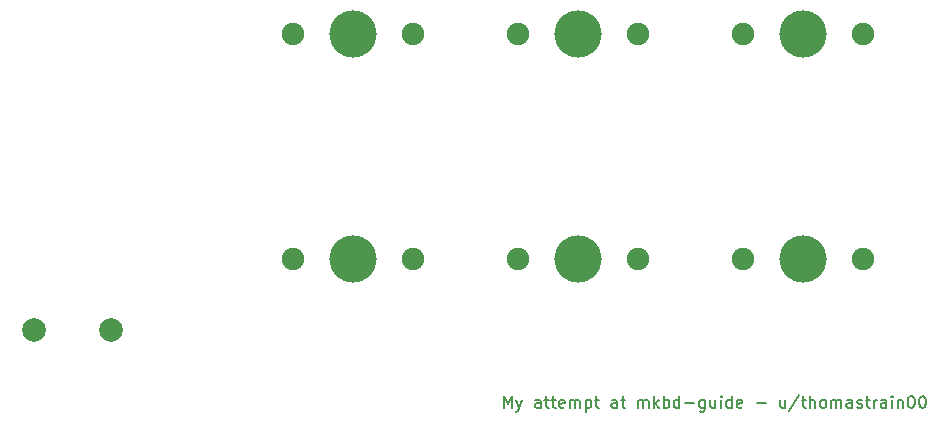
<source format=gts>
G04 #@! TF.GenerationSoftware,KiCad,Pcbnew,(5.1.10)-1*
G04 #@! TF.CreationDate,2021-05-18T23:44:27-07:00*
G04 #@! TF.ProjectId,mkbd-guide,6d6b6264-2d67-4756-9964-652e6b696361,rev?*
G04 #@! TF.SameCoordinates,Original*
G04 #@! TF.FileFunction,Soldermask,Top*
G04 #@! TF.FilePolarity,Negative*
%FSLAX46Y46*%
G04 Gerber Fmt 4.6, Leading zero omitted, Abs format (unit mm)*
G04 Created by KiCad (PCBNEW (5.1.10)-1) date 2021-05-18 23:44:27*
%MOMM*%
%LPD*%
G01*
G04 APERTURE LIST*
%ADD10C,0.200000*%
%ADD11C,4.000000*%
%ADD12C,1.900000*%
%ADD13C,2.000000*%
G04 APERTURE END LIST*
D10*
X177111666Y-124531380D02*
X177111666Y-123531380D01*
X177445000Y-124245666D01*
X177778333Y-123531380D01*
X177778333Y-124531380D01*
X178159285Y-123864714D02*
X178397380Y-124531380D01*
X178635476Y-123864714D02*
X178397380Y-124531380D01*
X178302142Y-124769476D01*
X178254523Y-124817095D01*
X178159285Y-124864714D01*
X180206904Y-124531380D02*
X180206904Y-124007571D01*
X180159285Y-123912333D01*
X180064047Y-123864714D01*
X179873571Y-123864714D01*
X179778333Y-123912333D01*
X180206904Y-124483761D02*
X180111666Y-124531380D01*
X179873571Y-124531380D01*
X179778333Y-124483761D01*
X179730714Y-124388523D01*
X179730714Y-124293285D01*
X179778333Y-124198047D01*
X179873571Y-124150428D01*
X180111666Y-124150428D01*
X180206904Y-124102809D01*
X180540238Y-123864714D02*
X180921190Y-123864714D01*
X180683095Y-123531380D02*
X180683095Y-124388523D01*
X180730714Y-124483761D01*
X180825952Y-124531380D01*
X180921190Y-124531380D01*
X181111666Y-123864714D02*
X181492619Y-123864714D01*
X181254523Y-123531380D02*
X181254523Y-124388523D01*
X181302142Y-124483761D01*
X181397380Y-124531380D01*
X181492619Y-124531380D01*
X182206904Y-124483761D02*
X182111666Y-124531380D01*
X181921190Y-124531380D01*
X181825952Y-124483761D01*
X181778333Y-124388523D01*
X181778333Y-124007571D01*
X181825952Y-123912333D01*
X181921190Y-123864714D01*
X182111666Y-123864714D01*
X182206904Y-123912333D01*
X182254523Y-124007571D01*
X182254523Y-124102809D01*
X181778333Y-124198047D01*
X182683095Y-124531380D02*
X182683095Y-123864714D01*
X182683095Y-123959952D02*
X182730714Y-123912333D01*
X182825952Y-123864714D01*
X182968809Y-123864714D01*
X183064047Y-123912333D01*
X183111666Y-124007571D01*
X183111666Y-124531380D01*
X183111666Y-124007571D02*
X183159285Y-123912333D01*
X183254523Y-123864714D01*
X183397380Y-123864714D01*
X183492619Y-123912333D01*
X183540238Y-124007571D01*
X183540238Y-124531380D01*
X184016428Y-123864714D02*
X184016428Y-124864714D01*
X184016428Y-123912333D02*
X184111666Y-123864714D01*
X184302142Y-123864714D01*
X184397380Y-123912333D01*
X184445000Y-123959952D01*
X184492619Y-124055190D01*
X184492619Y-124340904D01*
X184445000Y-124436142D01*
X184397380Y-124483761D01*
X184302142Y-124531380D01*
X184111666Y-124531380D01*
X184016428Y-124483761D01*
X184778333Y-123864714D02*
X185159285Y-123864714D01*
X184921190Y-123531380D02*
X184921190Y-124388523D01*
X184968809Y-124483761D01*
X185064047Y-124531380D01*
X185159285Y-124531380D01*
X186683095Y-124531380D02*
X186683095Y-124007571D01*
X186635476Y-123912333D01*
X186540238Y-123864714D01*
X186349761Y-123864714D01*
X186254523Y-123912333D01*
X186683095Y-124483761D02*
X186587857Y-124531380D01*
X186349761Y-124531380D01*
X186254523Y-124483761D01*
X186206904Y-124388523D01*
X186206904Y-124293285D01*
X186254523Y-124198047D01*
X186349761Y-124150428D01*
X186587857Y-124150428D01*
X186683095Y-124102809D01*
X187016428Y-123864714D02*
X187397380Y-123864714D01*
X187159285Y-123531380D02*
X187159285Y-124388523D01*
X187206904Y-124483761D01*
X187302142Y-124531380D01*
X187397380Y-124531380D01*
X188492619Y-124531380D02*
X188492619Y-123864714D01*
X188492619Y-123959952D02*
X188540238Y-123912333D01*
X188635476Y-123864714D01*
X188778333Y-123864714D01*
X188873571Y-123912333D01*
X188921190Y-124007571D01*
X188921190Y-124531380D01*
X188921190Y-124007571D02*
X188968809Y-123912333D01*
X189064047Y-123864714D01*
X189206904Y-123864714D01*
X189302142Y-123912333D01*
X189349761Y-124007571D01*
X189349761Y-124531380D01*
X189825952Y-124531380D02*
X189825952Y-123531380D01*
X189921190Y-124150428D02*
X190206904Y-124531380D01*
X190206904Y-123864714D02*
X189825952Y-124245666D01*
X190635476Y-124531380D02*
X190635476Y-123531380D01*
X190635476Y-123912333D02*
X190730714Y-123864714D01*
X190921190Y-123864714D01*
X191016428Y-123912333D01*
X191064047Y-123959952D01*
X191111666Y-124055190D01*
X191111666Y-124340904D01*
X191064047Y-124436142D01*
X191016428Y-124483761D01*
X190921190Y-124531380D01*
X190730714Y-124531380D01*
X190635476Y-124483761D01*
X191968809Y-124531380D02*
X191968809Y-123531380D01*
X191968809Y-124483761D02*
X191873571Y-124531380D01*
X191683095Y-124531380D01*
X191587857Y-124483761D01*
X191540238Y-124436142D01*
X191492619Y-124340904D01*
X191492619Y-124055190D01*
X191540238Y-123959952D01*
X191587857Y-123912333D01*
X191683095Y-123864714D01*
X191873571Y-123864714D01*
X191968809Y-123912333D01*
X192445000Y-124150428D02*
X193206904Y-124150428D01*
X194111666Y-123864714D02*
X194111666Y-124674238D01*
X194064047Y-124769476D01*
X194016428Y-124817095D01*
X193921190Y-124864714D01*
X193778333Y-124864714D01*
X193683095Y-124817095D01*
X194111666Y-124483761D02*
X194016428Y-124531380D01*
X193825952Y-124531380D01*
X193730714Y-124483761D01*
X193683095Y-124436142D01*
X193635476Y-124340904D01*
X193635476Y-124055190D01*
X193683095Y-123959952D01*
X193730714Y-123912333D01*
X193825952Y-123864714D01*
X194016428Y-123864714D01*
X194111666Y-123912333D01*
X195016428Y-123864714D02*
X195016428Y-124531380D01*
X194587857Y-123864714D02*
X194587857Y-124388523D01*
X194635476Y-124483761D01*
X194730714Y-124531380D01*
X194873571Y-124531380D01*
X194968809Y-124483761D01*
X195016428Y-124436142D01*
X195492619Y-124531380D02*
X195492619Y-123864714D01*
X195492619Y-123531380D02*
X195445000Y-123579000D01*
X195492619Y-123626619D01*
X195540238Y-123579000D01*
X195492619Y-123531380D01*
X195492619Y-123626619D01*
X196397380Y-124531380D02*
X196397380Y-123531380D01*
X196397380Y-124483761D02*
X196302142Y-124531380D01*
X196111666Y-124531380D01*
X196016428Y-124483761D01*
X195968809Y-124436142D01*
X195921190Y-124340904D01*
X195921190Y-124055190D01*
X195968809Y-123959952D01*
X196016428Y-123912333D01*
X196111666Y-123864714D01*
X196302142Y-123864714D01*
X196397380Y-123912333D01*
X197254523Y-124483761D02*
X197159285Y-124531380D01*
X196968809Y-124531380D01*
X196873571Y-124483761D01*
X196825952Y-124388523D01*
X196825952Y-124007571D01*
X196873571Y-123912333D01*
X196968809Y-123864714D01*
X197159285Y-123864714D01*
X197254523Y-123912333D01*
X197302142Y-124007571D01*
X197302142Y-124102809D01*
X196825952Y-124198047D01*
X198492619Y-124150428D02*
X199254523Y-124150428D01*
X200921190Y-123864714D02*
X200921190Y-124531380D01*
X200492619Y-123864714D02*
X200492619Y-124388523D01*
X200540238Y-124483761D01*
X200635476Y-124531380D01*
X200778333Y-124531380D01*
X200873571Y-124483761D01*
X200921190Y-124436142D01*
X202111666Y-123483761D02*
X201254523Y-124769476D01*
X202302142Y-123864714D02*
X202683095Y-123864714D01*
X202445000Y-123531380D02*
X202445000Y-124388523D01*
X202492619Y-124483761D01*
X202587857Y-124531380D01*
X202683095Y-124531380D01*
X203016428Y-124531380D02*
X203016428Y-123531380D01*
X203445000Y-124531380D02*
X203445000Y-124007571D01*
X203397380Y-123912333D01*
X203302142Y-123864714D01*
X203159285Y-123864714D01*
X203064047Y-123912333D01*
X203016428Y-123959952D01*
X204064047Y-124531380D02*
X203968809Y-124483761D01*
X203921190Y-124436142D01*
X203873571Y-124340904D01*
X203873571Y-124055190D01*
X203921190Y-123959952D01*
X203968809Y-123912333D01*
X204064047Y-123864714D01*
X204206904Y-123864714D01*
X204302142Y-123912333D01*
X204349761Y-123959952D01*
X204397380Y-124055190D01*
X204397380Y-124340904D01*
X204349761Y-124436142D01*
X204302142Y-124483761D01*
X204206904Y-124531380D01*
X204064047Y-124531380D01*
X204825952Y-124531380D02*
X204825952Y-123864714D01*
X204825952Y-123959952D02*
X204873571Y-123912333D01*
X204968809Y-123864714D01*
X205111666Y-123864714D01*
X205206904Y-123912333D01*
X205254523Y-124007571D01*
X205254523Y-124531380D01*
X205254523Y-124007571D02*
X205302142Y-123912333D01*
X205397380Y-123864714D01*
X205540238Y-123864714D01*
X205635476Y-123912333D01*
X205683095Y-124007571D01*
X205683095Y-124531380D01*
X206587857Y-124531380D02*
X206587857Y-124007571D01*
X206540238Y-123912333D01*
X206445000Y-123864714D01*
X206254523Y-123864714D01*
X206159285Y-123912333D01*
X206587857Y-124483761D02*
X206492619Y-124531380D01*
X206254523Y-124531380D01*
X206159285Y-124483761D01*
X206111666Y-124388523D01*
X206111666Y-124293285D01*
X206159285Y-124198047D01*
X206254523Y-124150428D01*
X206492619Y-124150428D01*
X206587857Y-124102809D01*
X207016428Y-124483761D02*
X207111666Y-124531380D01*
X207302142Y-124531380D01*
X207397380Y-124483761D01*
X207445000Y-124388523D01*
X207445000Y-124340904D01*
X207397380Y-124245666D01*
X207302142Y-124198047D01*
X207159285Y-124198047D01*
X207064047Y-124150428D01*
X207016428Y-124055190D01*
X207016428Y-124007571D01*
X207064047Y-123912333D01*
X207159285Y-123864714D01*
X207302142Y-123864714D01*
X207397380Y-123912333D01*
X207730714Y-123864714D02*
X208111666Y-123864714D01*
X207873571Y-123531380D02*
X207873571Y-124388523D01*
X207921190Y-124483761D01*
X208016428Y-124531380D01*
X208111666Y-124531380D01*
X208445000Y-124531380D02*
X208445000Y-123864714D01*
X208445000Y-124055190D02*
X208492619Y-123959952D01*
X208540238Y-123912333D01*
X208635476Y-123864714D01*
X208730714Y-123864714D01*
X209492619Y-124531380D02*
X209492619Y-124007571D01*
X209445000Y-123912333D01*
X209349761Y-123864714D01*
X209159285Y-123864714D01*
X209064047Y-123912333D01*
X209492619Y-124483761D02*
X209397380Y-124531380D01*
X209159285Y-124531380D01*
X209064047Y-124483761D01*
X209016428Y-124388523D01*
X209016428Y-124293285D01*
X209064047Y-124198047D01*
X209159285Y-124150428D01*
X209397380Y-124150428D01*
X209492619Y-124102809D01*
X209968809Y-124531380D02*
X209968809Y-123864714D01*
X209968809Y-123531380D02*
X209921190Y-123579000D01*
X209968809Y-123626619D01*
X210016428Y-123579000D01*
X209968809Y-123531380D01*
X209968809Y-123626619D01*
X210445000Y-123864714D02*
X210445000Y-124531380D01*
X210445000Y-123959952D02*
X210492619Y-123912333D01*
X210587857Y-123864714D01*
X210730714Y-123864714D01*
X210825952Y-123912333D01*
X210873571Y-124007571D01*
X210873571Y-124531380D01*
X211540238Y-123531380D02*
X211635476Y-123531380D01*
X211730714Y-123579000D01*
X211778333Y-123626619D01*
X211825952Y-123721857D01*
X211873571Y-123912333D01*
X211873571Y-124150428D01*
X211825952Y-124340904D01*
X211778333Y-124436142D01*
X211730714Y-124483761D01*
X211635476Y-124531380D01*
X211540238Y-124531380D01*
X211445000Y-124483761D01*
X211397380Y-124436142D01*
X211349761Y-124340904D01*
X211302142Y-124150428D01*
X211302142Y-123912333D01*
X211349761Y-123721857D01*
X211397380Y-123626619D01*
X211445000Y-123579000D01*
X211540238Y-123531380D01*
X212492619Y-123531380D02*
X212587857Y-123531380D01*
X212683095Y-123579000D01*
X212730714Y-123626619D01*
X212778333Y-123721857D01*
X212825952Y-123912333D01*
X212825952Y-124150428D01*
X212778333Y-124340904D01*
X212730714Y-124436142D01*
X212683095Y-124483761D01*
X212587857Y-124531380D01*
X212492619Y-124531380D01*
X212397380Y-124483761D01*
X212349761Y-124436142D01*
X212302142Y-124340904D01*
X212254523Y-124150428D01*
X212254523Y-123912333D01*
X212302142Y-123721857D01*
X212349761Y-123626619D01*
X212397380Y-123579000D01*
X212492619Y-123531380D01*
D11*
X183356250Y-92868750D03*
D12*
X178276250Y-92868750D03*
X188436250Y-92868750D03*
X169386250Y-92868750D03*
X159226250Y-92868750D03*
D11*
X164306250Y-92868750D03*
X164306250Y-111918750D03*
D12*
X159226250Y-111918750D03*
X169386250Y-111918750D03*
X188436250Y-111918750D03*
X178276250Y-111918750D03*
D11*
X183356250Y-111918750D03*
D12*
X207486250Y-92868750D03*
X197326250Y-92868750D03*
D11*
X202406250Y-92868750D03*
X202406250Y-111918750D03*
D12*
X197326250Y-111918750D03*
X207486250Y-111918750D03*
D13*
X143856250Y-117918750D03*
X137356250Y-117918750D03*
M02*

</source>
